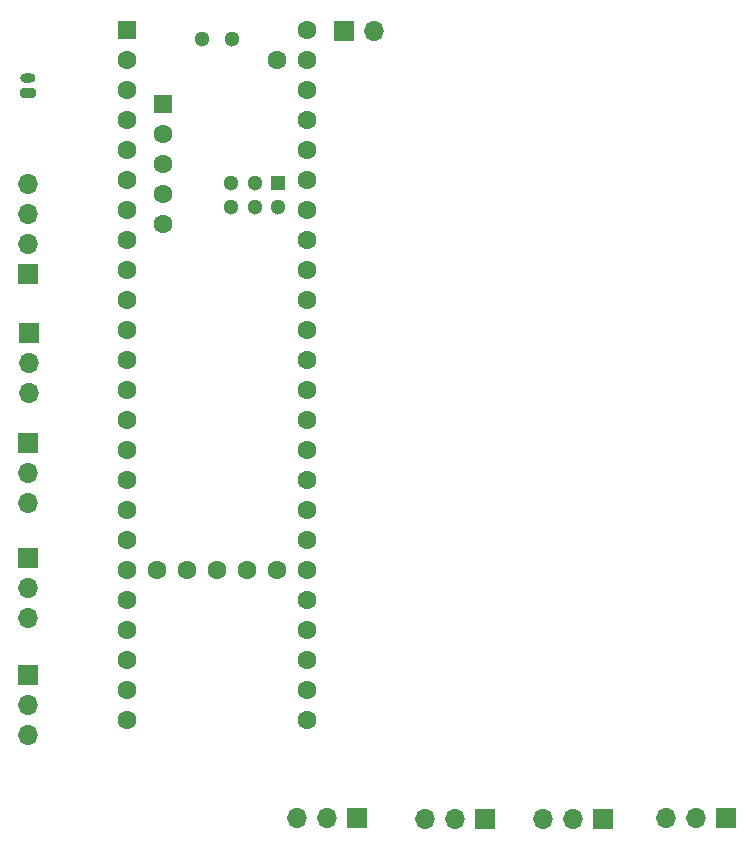
<source format=gbr>
%TF.GenerationSoftware,KiCad,Pcbnew,9.0.0*%
%TF.CreationDate,2025-03-31T19:53:22-05:00*%
%TF.ProjectId,HASP_Power_System,48415350-5f50-46f7-9765-725f53797374,rev?*%
%TF.SameCoordinates,Original*%
%TF.FileFunction,Soldermask,Bot*%
%TF.FilePolarity,Negative*%
%FSLAX46Y46*%
G04 Gerber Fmt 4.6, Leading zero omitted, Abs format (unit mm)*
G04 Created by KiCad (PCBNEW 9.0.0) date 2025-03-31 19:53:22*
%MOMM*%
%LPD*%
G01*
G04 APERTURE LIST*
G04 Aperture macros list*
%AMRoundRect*
0 Rectangle with rounded corners*
0 $1 Rounding radius*
0 $2 $3 $4 $5 $6 $7 $8 $9 X,Y pos of 4 corners*
0 Add a 4 corners polygon primitive as box body*
4,1,4,$2,$3,$4,$5,$6,$7,$8,$9,$2,$3,0*
0 Add four circle primitives for the rounded corners*
1,1,$1+$1,$2,$3*
1,1,$1+$1,$4,$5*
1,1,$1+$1,$6,$7*
1,1,$1+$1,$8,$9*
0 Add four rect primitives between the rounded corners*
20,1,$1+$1,$2,$3,$4,$5,0*
20,1,$1+$1,$4,$5,$6,$7,0*
20,1,$1+$1,$6,$7,$8,$9,0*
20,1,$1+$1,$8,$9,$2,$3,0*%
G04 Aperture macros list end*
%ADD10R,1.700000X1.700000*%
%ADD11O,1.700000X1.700000*%
%ADD12R,1.600000X1.600000*%
%ADD13C,1.600000*%
%ADD14R,1.300000X1.300000*%
%ADD15C,1.300000*%
%ADD16RoundRect,0.200000X0.450000X-0.200000X0.450000X0.200000X-0.450000X0.200000X-0.450000X-0.200000X0*%
%ADD17O,1.300000X0.800000*%
G04 APERTURE END LIST*
D10*
%TO.C,J5*%
X142225000Y-71375000D03*
D11*
X144765000Y-71375000D03*
%TD*%
D10*
%TO.C,J10*%
X115510000Y-115990000D03*
D11*
X115510000Y-118530000D03*
X115510000Y-121070000D03*
%TD*%
D10*
%TO.C,J11*%
X115520000Y-125900000D03*
D11*
X115520000Y-128440000D03*
X115520000Y-130980000D03*
%TD*%
D10*
%TO.C,J9*%
X115540000Y-106250000D03*
D11*
X115540000Y-108790000D03*
X115540000Y-111330000D03*
%TD*%
D10*
%TO.C,J12*%
X174570000Y-138040000D03*
D11*
X172030000Y-138040000D03*
X169490000Y-138040000D03*
%TD*%
D10*
%TO.C,J8*%
X115570000Y-96935000D03*
D11*
X115570000Y-99475000D03*
X115570000Y-102015000D03*
%TD*%
D10*
%TO.C,J13*%
X164160000Y-138070000D03*
D11*
X161620000Y-138070000D03*
X159080000Y-138070000D03*
%TD*%
D10*
%TO.C,J6*%
X115500000Y-92000000D03*
D11*
X115500000Y-89460000D03*
X115500000Y-86920000D03*
X115500000Y-84380000D03*
%TD*%
D12*
%TO.C,U3*%
X123880000Y-71290000D03*
D13*
X123880000Y-73830000D03*
X123880000Y-76370000D03*
X123880000Y-78910000D03*
X123880000Y-81450000D03*
X123880000Y-83990000D03*
X123880000Y-86530000D03*
X123880000Y-89070000D03*
X123880000Y-91610000D03*
X123880000Y-94150000D03*
X123880000Y-96690000D03*
X123880000Y-99230000D03*
X123880000Y-101770000D03*
X123880000Y-104310000D03*
X123880000Y-106850000D03*
X123880000Y-109390000D03*
X123880000Y-111930000D03*
X123880000Y-114470000D03*
X123880000Y-117010000D03*
X123880000Y-119550000D03*
X123880000Y-122090000D03*
X123880000Y-124630000D03*
X123880000Y-127170000D03*
X123880000Y-129710000D03*
X139120000Y-129710000D03*
X139120000Y-127170000D03*
X139120000Y-124630000D03*
X139120000Y-122090000D03*
X139120000Y-119550000D03*
X139120000Y-117010000D03*
X139120000Y-114470000D03*
X139120000Y-111930000D03*
X139120000Y-109390000D03*
X139120000Y-106850000D03*
X139120000Y-104310000D03*
X139120000Y-101770000D03*
X139120000Y-99230000D03*
X139120000Y-96690000D03*
X139120000Y-94150000D03*
X139120000Y-91610000D03*
X139120000Y-89070000D03*
X139120000Y-86530000D03*
X139120000Y-83990000D03*
X139120000Y-81450000D03*
X139120000Y-78910000D03*
X139120000Y-76370000D03*
X139120000Y-73830000D03*
X139120000Y-71290000D03*
X136580000Y-73830000D03*
X126420000Y-117010000D03*
X128960000Y-117010000D03*
X131500000Y-117010000D03*
X134040000Y-117010000D03*
X136580000Y-117010000D03*
D12*
X126930800Y-77589200D03*
D13*
X126930800Y-80129200D03*
X126930800Y-82669200D03*
X126930800Y-85209200D03*
X126930800Y-87749200D03*
D14*
X136681600Y-84260000D03*
D15*
X134681600Y-84260000D03*
X132681600Y-84260000D03*
X132681600Y-86260000D03*
X134681600Y-86260000D03*
X136681600Y-86260000D03*
X132770000Y-72020000D03*
X130230000Y-72020000D03*
%TD*%
D10*
%TO.C,J14*%
X154170000Y-138080000D03*
D11*
X151630000Y-138080000D03*
X149090000Y-138080000D03*
%TD*%
D10*
%TO.C,J15*%
X143360000Y-138030000D03*
D11*
X140820000Y-138030000D03*
X138280000Y-138030000D03*
%TD*%
D16*
%TO.C,J4*%
X115500000Y-76625000D03*
D17*
X115500000Y-75375000D03*
%TD*%
M02*

</source>
